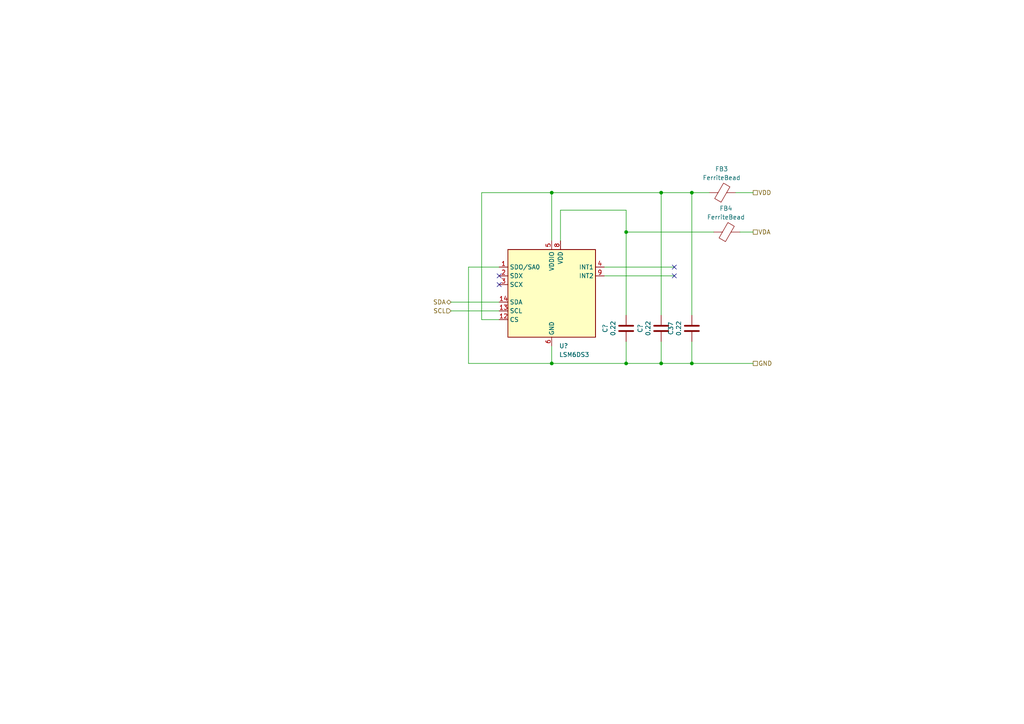
<source format=kicad_sch>
(kicad_sch
	(version 20250114)
	(generator "eeschema")
	(generator_version "9.0")
	(uuid "602394d3-7487-4f2f-a0da-ac6d812f9d38")
	(paper "A4")
	(lib_symbols
		(symbol "Device:C"
			(pin_numbers
				(hide yes)
			)
			(pin_names
				(offset 0.254)
			)
			(exclude_from_sim no)
			(in_bom yes)
			(on_board yes)
			(property "Reference" "C"
				(at 0.635 2.54 0)
				(effects
					(font
						(size 1.27 1.27)
					)
					(justify left)
				)
			)
			(property "Value" "C"
				(at 0.635 -2.54 0)
				(effects
					(font
						(size 1.27 1.27)
					)
					(justify left)
				)
			)
			(property "Footprint" ""
				(at 0.9652 -3.81 0)
				(effects
					(font
						(size 1.27 1.27)
					)
					(hide yes)
				)
			)
			(property "Datasheet" "~"
				(at 0 0 0)
				(effects
					(font
						(size 1.27 1.27)
					)
					(hide yes)
				)
			)
			(property "Description" "Unpolarized capacitor"
				(at 0 0 0)
				(effects
					(font
						(size 1.27 1.27)
					)
					(hide yes)
				)
			)
			(property "ki_keywords" "cap capacitor"
				(at 0 0 0)
				(effects
					(font
						(size 1.27 1.27)
					)
					(hide yes)
				)
			)
			(property "ki_fp_filters" "C_*"
				(at 0 0 0)
				(effects
					(font
						(size 1.27 1.27)
					)
					(hide yes)
				)
			)
			(symbol "C_0_1"
				(polyline
					(pts
						(xy -2.032 0.762) (xy 2.032 0.762)
					)
					(stroke
						(width 0.508)
						(type default)
					)
					(fill
						(type none)
					)
				)
				(polyline
					(pts
						(xy -2.032 -0.762) (xy 2.032 -0.762)
					)
					(stroke
						(width 0.508)
						(type default)
					)
					(fill
						(type none)
					)
				)
			)
			(symbol "C_1_1"
				(pin passive line
					(at 0 3.81 270)
					(length 2.794)
					(name "~"
						(effects
							(font
								(size 1.27 1.27)
							)
						)
					)
					(number "1"
						(effects
							(font
								(size 1.27 1.27)
							)
						)
					)
				)
				(pin passive line
					(at 0 -3.81 90)
					(length 2.794)
					(name "~"
						(effects
							(font
								(size 1.27 1.27)
							)
						)
					)
					(number "2"
						(effects
							(font
								(size 1.27 1.27)
							)
						)
					)
				)
			)
			(embedded_fonts no)
		)
		(symbol "Device:FerriteBead"
			(pin_numbers
				(hide yes)
			)
			(pin_names
				(offset 0)
			)
			(exclude_from_sim no)
			(in_bom yes)
			(on_board yes)
			(property "Reference" "FB"
				(at -3.81 0.635 90)
				(effects
					(font
						(size 1.27 1.27)
					)
				)
			)
			(property "Value" "FerriteBead"
				(at 3.81 0 90)
				(effects
					(font
						(size 1.27 1.27)
					)
				)
			)
			(property "Footprint" ""
				(at -1.778 0 90)
				(effects
					(font
						(size 1.27 1.27)
					)
					(hide yes)
				)
			)
			(property "Datasheet" "~"
				(at 0 0 0)
				(effects
					(font
						(size 1.27 1.27)
					)
					(hide yes)
				)
			)
			(property "Description" "Ferrite bead"
				(at 0 0 0)
				(effects
					(font
						(size 1.27 1.27)
					)
					(hide yes)
				)
			)
			(property "ki_keywords" "L ferrite bead inductor filter"
				(at 0 0 0)
				(effects
					(font
						(size 1.27 1.27)
					)
					(hide yes)
				)
			)
			(property "ki_fp_filters" "Inductor_* L_* *Ferrite*"
				(at 0 0 0)
				(effects
					(font
						(size 1.27 1.27)
					)
					(hide yes)
				)
			)
			(symbol "FerriteBead_0_1"
				(polyline
					(pts
						(xy -2.7686 0.4064) (xy -1.7018 2.2606) (xy 2.7686 -0.3048) (xy 1.6764 -2.159) (xy -2.7686 0.4064)
					)
					(stroke
						(width 0)
						(type default)
					)
					(fill
						(type none)
					)
				)
				(polyline
					(pts
						(xy 0 1.27) (xy 0 1.2954)
					)
					(stroke
						(width 0)
						(type default)
					)
					(fill
						(type none)
					)
				)
				(polyline
					(pts
						(xy 0 -1.27) (xy 0 -1.2192)
					)
					(stroke
						(width 0)
						(type default)
					)
					(fill
						(type none)
					)
				)
			)
			(symbol "FerriteBead_1_1"
				(pin passive line
					(at 0 3.81 270)
					(length 2.54)
					(name "~"
						(effects
							(font
								(size 1.27 1.27)
							)
						)
					)
					(number "1"
						(effects
							(font
								(size 1.27 1.27)
							)
						)
					)
				)
				(pin passive line
					(at 0 -3.81 90)
					(length 2.54)
					(name "~"
						(effects
							(font
								(size 1.27 1.27)
							)
						)
					)
					(number "2"
						(effects
							(font
								(size 1.27 1.27)
							)
						)
					)
				)
			)
			(embedded_fonts no)
		)
		(symbol "Sensor_Motion:LSM6DS3"
			(exclude_from_sim no)
			(in_bom yes)
			(on_board yes)
			(property "Reference" "U"
				(at -11.43 15.24 0)
				(effects
					(font
						(size 1.27 1.27)
					)
					(justify left)
				)
			)
			(property "Value" "LSM6DS3"
				(at -11.43 12.7 0)
				(effects
					(font
						(size 1.27 1.27)
					)
					(justify left bottom)
				)
			)
			(property "Footprint" "Package_LGA:LGA-14_3x2.5mm_P0.5mm_LayoutBorder3x4y"
				(at -10.16 -17.78 0)
				(effects
					(font
						(size 1.27 1.27)
					)
					(justify left)
					(hide yes)
				)
			)
			(property "Datasheet" "https://www.st.com/resource/en/datasheet/lsm6ds3tr-c.pdf"
				(at 2.54 -16.51 0)
				(effects
					(font
						(size 1.27 1.27)
					)
					(hide yes)
				)
			)
			(property "Description" "I2C/SPI, iNEMO inertial module: always-on 3D accelerometer and 3D gyroscope"
				(at 0 0 0)
				(effects
					(font
						(size 1.27 1.27)
					)
					(hide yes)
				)
			)
			(property "ki_keywords" "Accelerometer Gyroscope MEMS"
				(at 0 0 0)
				(effects
					(font
						(size 1.27 1.27)
					)
					(hide yes)
				)
			)
			(property "ki_fp_filters" "LGA*3x2.5mm*P0.5mm*LayoutBorder3x4y*"
				(at 0 0 0)
				(effects
					(font
						(size 1.27 1.27)
					)
					(hide yes)
				)
			)
			(symbol "LSM6DS3_0_1"
				(rectangle
					(start -12.7 12.7)
					(end 12.7 -12.7)
					(stroke
						(width 0.254)
						(type default)
					)
					(fill
						(type background)
					)
				)
			)
			(symbol "LSM6DS3_1_1"
				(pin bidirectional line
					(at -15.24 7.62 0)
					(length 2.54)
					(name "SDO/SA0"
						(effects
							(font
								(size 1.27 1.27)
							)
						)
					)
					(number "1"
						(effects
							(font
								(size 1.27 1.27)
							)
						)
					)
				)
				(pin bidirectional line
					(at -15.24 5.08 0)
					(length 2.54)
					(name "SDX"
						(effects
							(font
								(size 1.27 1.27)
							)
						)
					)
					(number "2"
						(effects
							(font
								(size 1.27 1.27)
							)
						)
					)
				)
				(pin input line
					(at -15.24 2.54 0)
					(length 2.54)
					(name "SCX"
						(effects
							(font
								(size 1.27 1.27)
							)
						)
					)
					(number "3"
						(effects
							(font
								(size 1.27 1.27)
							)
						)
					)
				)
				(pin bidirectional line
					(at -15.24 -2.54 0)
					(length 2.54)
					(name "SDA"
						(effects
							(font
								(size 1.27 1.27)
							)
						)
					)
					(number "14"
						(effects
							(font
								(size 1.27 1.27)
							)
						)
					)
				)
				(pin input line
					(at -15.24 -5.08 0)
					(length 2.54)
					(name "SCL"
						(effects
							(font
								(size 1.27 1.27)
							)
						)
					)
					(number "13"
						(effects
							(font
								(size 1.27 1.27)
							)
						)
					)
				)
				(pin input line
					(at -15.24 -7.62 0)
					(length 2.54)
					(name "CS"
						(effects
							(font
								(size 1.27 1.27)
							)
						)
					)
					(number "12"
						(effects
							(font
								(size 1.27 1.27)
							)
						)
					)
				)
				(pin power_in line
					(at 0 15.24 270)
					(length 2.54)
					(name "VDDIO"
						(effects
							(font
								(size 1.27 1.27)
							)
						)
					)
					(number "5"
						(effects
							(font
								(size 1.27 1.27)
							)
						)
					)
				)
				(pin power_in line
					(at 0 -15.24 90)
					(length 2.54)
					(name "GND"
						(effects
							(font
								(size 1.27 1.27)
							)
						)
					)
					(number "6"
						(effects
							(font
								(size 1.27 1.27)
							)
						)
					)
				)
				(pin passive line
					(at 0 -15.24 90)
					(length 2.54)
					(hide yes)
					(name "GND"
						(effects
							(font
								(size 1.27 1.27)
							)
						)
					)
					(number "7"
						(effects
							(font
								(size 1.27 1.27)
							)
						)
					)
				)
				(pin power_in line
					(at 2.54 15.24 270)
					(length 2.54)
					(name "VDD"
						(effects
							(font
								(size 1.27 1.27)
							)
						)
					)
					(number "8"
						(effects
							(font
								(size 1.27 1.27)
							)
						)
					)
				)
				(pin no_connect line
					(at 12.7 -2.54 180)
					(length 3.81)
					(hide yes)
					(name "NC"
						(effects
							(font
								(size 1.27 1.27)
							)
						)
					)
					(number "11"
						(effects
							(font
								(size 1.27 1.27)
							)
						)
					)
				)
				(pin no_connect line
					(at 12.7 -5.08 180)
					(length 3.81)
					(hide yes)
					(name "NC"
						(effects
							(font
								(size 1.27 1.27)
							)
						)
					)
					(number "10"
						(effects
							(font
								(size 1.27 1.27)
							)
						)
					)
				)
				(pin output line
					(at 15.24 7.62 180)
					(length 2.54)
					(name "INT1"
						(effects
							(font
								(size 1.27 1.27)
							)
						)
					)
					(number "4"
						(effects
							(font
								(size 1.27 1.27)
							)
						)
					)
				)
				(pin output line
					(at 15.24 5.08 180)
					(length 2.54)
					(name "INT2"
						(effects
							(font
								(size 1.27 1.27)
							)
						)
					)
					(number "9"
						(effects
							(font
								(size 1.27 1.27)
							)
						)
					)
				)
			)
			(embedded_fonts no)
		)
	)
	(junction
		(at 191.77 105.41)
		(diameter 0)
		(color 0 0 0 0)
		(uuid "345388f9-573e-424a-ad44-29cb6fe2a58a")
	)
	(junction
		(at 181.61 105.41)
		(diameter 0)
		(color 0 0 0 0)
		(uuid "7249cebd-8287-4fb2-a399-04c964c5c306")
	)
	(junction
		(at 160.02 105.41)
		(diameter 0)
		(color 0 0 0 0)
		(uuid "93a44abc-22e0-48ab-8ce7-bbe0450c7478")
	)
	(junction
		(at 200.66 55.88)
		(diameter 0)
		(color 0 0 0 0)
		(uuid "99a5acb8-eb78-4691-a15d-43a971e89e64")
	)
	(junction
		(at 191.77 55.88)
		(diameter 0)
		(color 0 0 0 0)
		(uuid "b8c53c16-7c1d-47c8-8622-177c8d73351e")
	)
	(junction
		(at 160.02 55.88)
		(diameter 0)
		(color 0 0 0 0)
		(uuid "b9da6eaf-99be-4f08-afa4-ba39a430e990")
	)
	(junction
		(at 200.66 105.41)
		(diameter 0)
		(color 0 0 0 0)
		(uuid "c0938cb4-414f-4aaa-80c6-9fa49d7e35cd")
	)
	(junction
		(at 181.61 67.31)
		(diameter 0)
		(color 0 0 0 0)
		(uuid "de49781a-16dd-4387-b025-2f36ac2cc86c")
	)
	(no_connect
		(at 144.78 80.01)
		(uuid "7527817e-9c47-4b9d-8665-459cd5a68671")
	)
	(no_connect
		(at 144.78 82.55)
		(uuid "ac81286d-81a4-4229-81ef-d3d47e75179c")
	)
	(no_connect
		(at 195.58 80.01)
		(uuid "d5a757ea-7235-45ae-9165-f23619ca05ab")
	)
	(no_connect
		(at 195.58 77.47)
		(uuid "fc2746aa-9516-41a5-9fc8-945cb5a260d5")
	)
	(wire
		(pts
			(xy 160.02 105.41) (xy 160.02 100.33)
		)
		(stroke
			(width 0)
			(type default)
		)
		(uuid "07f9080f-743e-4d10-85dd-36c6892e37ef")
	)
	(wire
		(pts
			(xy 162.56 60.96) (xy 181.61 60.96)
		)
		(stroke
			(width 0)
			(type default)
		)
		(uuid "0c9ed32d-6b34-499d-81c6-949f2a04378e")
	)
	(wire
		(pts
			(xy 162.56 69.85) (xy 162.56 60.96)
		)
		(stroke
			(width 0)
			(type default)
		)
		(uuid "0dffb420-2990-4ddf-a235-98cef6622148")
	)
	(wire
		(pts
			(xy 191.77 105.41) (xy 200.66 105.41)
		)
		(stroke
			(width 0)
			(type default)
		)
		(uuid "11c7d4c8-a90b-4e1c-9231-d1431837febe")
	)
	(wire
		(pts
			(xy 200.66 55.88) (xy 200.66 91.44)
		)
		(stroke
			(width 0)
			(type default)
		)
		(uuid "18458132-a6c0-41b6-ab32-b22faf9d69c4")
	)
	(wire
		(pts
			(xy 181.61 60.96) (xy 181.61 67.31)
		)
		(stroke
			(width 0)
			(type default)
		)
		(uuid "1d5f4099-9c9a-426f-91e0-292007fe2899")
	)
	(wire
		(pts
			(xy 130.81 87.63) (xy 144.78 87.63)
		)
		(stroke
			(width 0)
			(type default)
		)
		(uuid "27d45d06-16d5-4b0c-b532-c6edc1bd01f3")
	)
	(wire
		(pts
			(xy 181.61 105.41) (xy 191.77 105.41)
		)
		(stroke
			(width 0)
			(type default)
		)
		(uuid "2906a0f9-5697-4019-9b78-3305ebc7496d")
	)
	(wire
		(pts
			(xy 181.61 105.41) (xy 160.02 105.41)
		)
		(stroke
			(width 0)
			(type default)
		)
		(uuid "2e3ab6ba-0321-4185-92cb-671ac93d768c")
	)
	(wire
		(pts
			(xy 200.66 99.06) (xy 200.66 105.41)
		)
		(stroke
			(width 0)
			(type default)
		)
		(uuid "2eea2a70-9034-4a5c-a6a2-a0864094e040")
	)
	(wire
		(pts
			(xy 139.7 92.71) (xy 139.7 55.88)
		)
		(stroke
			(width 0)
			(type default)
		)
		(uuid "420b4a19-7792-473c-b49a-b6c28c934c3a")
	)
	(wire
		(pts
			(xy 130.81 90.17) (xy 144.78 90.17)
		)
		(stroke
			(width 0)
			(type default)
		)
		(uuid "516cae41-7586-4aaa-8f3f-4602cc72ca22")
	)
	(wire
		(pts
			(xy 181.61 99.06) (xy 181.61 105.41)
		)
		(stroke
			(width 0)
			(type default)
		)
		(uuid "70838b22-2c80-4f70-b648-eaefee965840")
	)
	(wire
		(pts
			(xy 144.78 92.71) (xy 139.7 92.71)
		)
		(stroke
			(width 0)
			(type default)
		)
		(uuid "7e17e8c0-cae7-45ce-b511-9ed4656ddc33")
	)
	(wire
		(pts
			(xy 160.02 55.88) (xy 191.77 55.88)
		)
		(stroke
			(width 0)
			(type default)
		)
		(uuid "8999a7a4-4a3b-4e1d-ba56-9b3a82a3a157")
	)
	(wire
		(pts
			(xy 139.7 55.88) (xy 160.02 55.88)
		)
		(stroke
			(width 0)
			(type default)
		)
		(uuid "89c0cb4c-8aa0-46ff-b5b0-8c4fca06cb8a")
	)
	(wire
		(pts
			(xy 214.63 67.31) (xy 218.44 67.31)
		)
		(stroke
			(width 0)
			(type default)
		)
		(uuid "8bb0b0c0-9e54-4e61-9a32-fe45c5bff382")
	)
	(wire
		(pts
			(xy 200.66 105.41) (xy 218.44 105.41)
		)
		(stroke
			(width 0)
			(type default)
		)
		(uuid "8ed16215-15d3-4245-a072-ce472f921ed2")
	)
	(wire
		(pts
			(xy 191.77 99.06) (xy 191.77 105.41)
		)
		(stroke
			(width 0)
			(type default)
		)
		(uuid "903ed18a-d745-4222-8794-73259965a276")
	)
	(wire
		(pts
			(xy 181.61 67.31) (xy 207.01 67.31)
		)
		(stroke
			(width 0)
			(type default)
		)
		(uuid "a7f6dcb7-f172-43e7-971a-9dff25de4c8e")
	)
	(wire
		(pts
			(xy 200.66 55.88) (xy 205.74 55.88)
		)
		(stroke
			(width 0)
			(type default)
		)
		(uuid "a9ce1cb6-fcf9-4cb0-8b48-a710acac41e7")
	)
	(wire
		(pts
			(xy 213.36 55.88) (xy 218.44 55.88)
		)
		(stroke
			(width 0)
			(type default)
		)
		(uuid "b9315a81-d49f-48a5-a09c-976fea1fce51")
	)
	(wire
		(pts
			(xy 175.26 80.01) (xy 195.58 80.01)
		)
		(stroke
			(width 0)
			(type default)
		)
		(uuid "be526430-3003-49f5-8c43-dc7c0c4f9217")
	)
	(wire
		(pts
			(xy 135.89 77.47) (xy 135.89 105.41)
		)
		(stroke
			(width 0)
			(type default)
		)
		(uuid "c1277c1e-bdcd-4e24-95d5-e8fa806b55e2")
	)
	(wire
		(pts
			(xy 181.61 67.31) (xy 181.61 91.44)
		)
		(stroke
			(width 0)
			(type default)
		)
		(uuid "ce6a9fa2-5c00-4ca5-b887-a38d248f1b49")
	)
	(wire
		(pts
			(xy 144.78 77.47) (xy 135.89 77.47)
		)
		(stroke
			(width 0)
			(type default)
		)
		(uuid "dd24ec61-a8f8-4771-a0cc-e1e7f49201fe")
	)
	(wire
		(pts
			(xy 191.77 55.88) (xy 200.66 55.88)
		)
		(stroke
			(width 0)
			(type default)
		)
		(uuid "eb225405-680e-4508-9bea-0a3a6a952823")
	)
	(wire
		(pts
			(xy 135.89 105.41) (xy 160.02 105.41)
		)
		(stroke
			(width 0)
			(type default)
		)
		(uuid "ec4cf3db-6d84-42a8-a3f2-afaf9a388491")
	)
	(wire
		(pts
			(xy 191.77 55.88) (xy 191.77 91.44)
		)
		(stroke
			(width 0)
			(type default)
		)
		(uuid "ed745582-b693-4612-ab6c-d967b917ba65")
	)
	(wire
		(pts
			(xy 160.02 55.88) (xy 160.02 69.85)
		)
		(stroke
			(width 0)
			(type default)
		)
		(uuid "f0cf9481-7adb-4775-899b-e88ff3b930ec")
	)
	(wire
		(pts
			(xy 175.26 77.47) (xy 195.58 77.47)
		)
		(stroke
			(width 0)
			(type default)
		)
		(uuid "f74e9dde-c046-4815-ab55-0da3c4bd0015")
	)
	(hierarchical_label "SCL"
		(shape input)
		(at 130.81 90.17 180)
		(effects
			(font
				(size 1.27 1.27)
			)
			(justify right)
		)
		(uuid "286812ca-35c6-4a3c-8961-6105cd337ddb")
	)
	(hierarchical_label "GND"
		(shape passive)
		(at 218.44 105.41 0)
		(effects
			(font
				(size 1.27 1.27)
			)
			(justify left)
		)
		(uuid "2b2013fe-9524-4e0d-ae79-df1c894aca7d")
	)
	(hierarchical_label "VDD"
		(shape passive)
		(at 218.44 55.88 0)
		(effects
			(font
				(size 1.27 1.27)
			)
			(justify left)
		)
		(uuid "769e7f59-dcc8-453a-9444-056f28361b97")
	)
	(hierarchical_label "VDA"
		(shape passive)
		(at 218.44 67.31 0)
		(effects
			(font
				(size 1.27 1.27)
			)
			(justify left)
		)
		(uuid "a5e85843-81d4-4192-8712-4b8bf8d6a0bf")
	)
	(hierarchical_label "SDA"
		(shape bidirectional)
		(at 130.81 87.63 180)
		(effects
			(font
				(size 1.27 1.27)
			)
			(justify right)
		)
		(uuid "d87753da-4b3f-47b3-aa43-69489bc64f48")
	)
	(symbol
		(lib_id "Device:C")
		(at 181.61 95.25 180)
		(unit 1)
		(exclude_from_sim no)
		(in_bom yes)
		(on_board yes)
		(dnp no)
		(uuid "26f9b96a-9dd4-40ed-9634-f8fbecd52cd9")
		(property "Reference" "C35"
			(at 175.514 95.25 90)
			(effects
				(font
					(size 1.27 1.27)
				)
			)
		)
		(property "Value" "0.22"
			(at 177.8 95.25 90)
			(effects
				(font
					(size 1.27 1.27)
				)
			)
		)
		(property "Footprint" "Capacitor_SMD:C_0805_2012Metric"
			(at 180.6448 91.44 0)
			(effects
				(font
					(size 1.27 1.27)
				)
				(hide yes)
			)
		)
		(property "Datasheet" "~"
			(at 181.61 95.25 0)
			(effects
				(font
					(size 1.27 1.27)
				)
				(hide yes)
			)
		)
		(property "Description" "Unpolarized capacitor"
			(at 181.61 95.25 0)
			(effects
				(font
					(size 1.27 1.27)
				)
				(hide yes)
			)
		)
		(pin "2"
			(uuid "eda10cc0-cd37-4378-8a5e-a0c9a9739518")
		)
		(pin "1"
			(uuid "de172ac4-38ee-4074-8b42-c59e95c69af9")
		)
		(instances
			(project "imu"
				(path "/602394d3-7487-4f2f-a0da-ac6d812f9d38"
					(reference "C?")
					(unit 1)
				)
			)
			(project "3axis-magnitometer"
				(path "/c590c88d-27c9-4e5a-a435-a42d9de70c1c/be6038e0-c8de-46ff-af13-cf0ae52994ef"
					(reference "C35")
					(unit 1)
				)
			)
		)
	)
	(symbol
		(lib_id "Device:C")
		(at 191.77 95.25 180)
		(unit 1)
		(exclude_from_sim no)
		(in_bom yes)
		(on_board yes)
		(dnp no)
		(uuid "6c55ff87-32a7-404f-8d66-f98d449a3086")
		(property "Reference" "C36"
			(at 185.674 95.25 90)
			(effects
				(font
					(size 1.27 1.27)
				)
			)
		)
		(property "Value" "0.22"
			(at 187.96 95.25 90)
			(effects
				(font
					(size 1.27 1.27)
				)
			)
		)
		(property "Footprint" "Capacitor_SMD:C_0805_2012Metric"
			(at 190.8048 91.44 0)
			(effects
				(font
					(size 1.27 1.27)
				)
				(hide yes)
			)
		)
		(property "Datasheet" "~"
			(at 191.77 95.25 0)
			(effects
				(font
					(size 1.27 1.27)
				)
				(hide yes)
			)
		)
		(property "Description" "Unpolarized capacitor"
			(at 191.77 95.25 0)
			(effects
				(font
					(size 1.27 1.27)
				)
				(hide yes)
			)
		)
		(pin "2"
			(uuid "4d6c9ad5-6ed4-44ec-8832-310cf3c99b64")
		)
		(pin "1"
			(uuid "2a9ab5a8-7c1a-4640-9252-cea829a73efe")
		)
		(instances
			(project "imu"
				(path "/602394d3-7487-4f2f-a0da-ac6d812f9d38"
					(reference "C?")
					(unit 1)
				)
			)
			(project "3axis-magnitometer"
				(path "/c590c88d-27c9-4e5a-a435-a42d9de70c1c/be6038e0-c8de-46ff-af13-cf0ae52994ef"
					(reference "C36")
					(unit 1)
				)
			)
		)
	)
	(symbol
		(lib_id "Device:C")
		(at 200.66 95.25 180)
		(unit 1)
		(exclude_from_sim no)
		(in_bom yes)
		(on_board yes)
		(dnp no)
		(uuid "79a0c555-fd68-441d-a6a5-90de1ead1db9")
		(property "Reference" "C37"
			(at 194.564 95.25 90)
			(effects
				(font
					(size 1.27 1.27)
				)
			)
		)
		(property "Value" "0.22"
			(at 196.85 95.25 90)
			(effects
				(font
					(size 1.27 1.27)
				)
			)
		)
		(property "Footprint" "Capacitor_SMD:C_0805_2012Metric"
			(at 199.6948 91.44 0)
			(effects
				(font
					(size 1.27 1.27)
				)
				(hide yes)
			)
		)
		(property "Datasheet" "~"
			(at 200.66 95.25 0)
			(effects
				(font
					(size 1.27 1.27)
				)
				(hide yes)
			)
		)
		(property "Description" "Unpolarized capacitor"
			(at 200.66 95.25 0)
			(effects
				(font
					(size 1.27 1.27)
				)
				(hide yes)
			)
		)
		(pin "2"
			(uuid "2f05539d-2d2d-480a-b3d4-ad0a594ea0f9")
		)
		(pin "1"
			(uuid "e981e7f1-05ed-456a-96a0-698f99dc356c")
		)
		(instances
			(project "3axis-magnitometer"
				(path "/c590c88d-27c9-4e5a-a435-a42d9de70c1c/be6038e0-c8de-46ff-af13-cf0ae52994ef"
					(reference "C37")
					(unit 1)
				)
			)
		)
	)
	(symbol
		(lib_id "Sensor_Motion:LSM6DS3")
		(at 160.02 85.09 0)
		(unit 1)
		(exclude_from_sim no)
		(in_bom yes)
		(on_board yes)
		(dnp no)
		(fields_autoplaced yes)
		(uuid "9ba0d5f5-e739-453c-a8df-a57b572c24ba")
		(property "Reference" "U11"
			(at 162.1633 100.33 0)
			(effects
				(font
					(size 1.27 1.27)
				)
				(justify left)
			)
		)
		(property "Value" "LSM6DS3"
			(at 162.1633 102.87 0)
			(effects
				(font
					(size 1.27 1.27)
				)
				(justify left)
			)
		)
		(property "Footprint" "Package_LGA:LGA-14_3x2.5mm_P0.5mm_LayoutBorder3x4y"
			(at 149.86 102.87 0)
			(effects
				(font
					(size 1.27 1.27)
				)
				(justify left)
				(hide yes)
			)
		)
		(property "Datasheet" "https://www.st.com/resource/en/datasheet/lsm6ds3tr-c.pdf"
			(at 162.56 101.6 0)
			(effects
				(font
					(size 1.27 1.27)
				)
				(hide yes)
			)
		)
		(property "Description" "I2C/SPI, iNEMO inertial module: always-on 3D accelerometer and 3D gyroscope"
			(at 160.02 85.09 0)
			(effects
				(font
					(size 1.27 1.27)
				)
				(hide yes)
			)
		)
		(pin "6"
			(uuid "75dc74fb-8ed9-42fd-abf9-acca97ee9998")
		)
		(pin "8"
			(uuid "fe6549c4-87d6-4ba9-811a-ad1ae6ee178a")
		)
		(pin "11"
			(uuid "84882d55-4834-4784-9e35-708192008a6b")
		)
		(pin "1"
			(uuid "18149b5d-20e7-4b4c-8bcc-c06541ef5d47")
		)
		(pin "2"
			(uuid "b8b9576f-17c1-4617-b0f4-6e353fc97ced")
		)
		(pin "14"
			(uuid "2b674cf8-1889-4713-b372-ebd390788548")
		)
		(pin "13"
			(uuid "7bf01a2f-17fe-490c-bd34-08c7507ed139")
		)
		(pin "5"
			(uuid "529a429f-41ba-4016-8948-f7d28fceb1b0")
		)
		(pin "4"
			(uuid "6d2220c9-c138-4de3-b02d-08a192330f49")
		)
		(pin "3"
			(uuid "e2733025-0a7c-4f2c-812d-86e82921a99d")
		)
		(pin "10"
			(uuid "90ff6417-d707-4850-87d0-90254be053e5")
		)
		(pin "12"
			(uuid "125ff893-582e-48bc-8bc0-e28ad1dbab2c")
		)
		(pin "7"
			(uuid "9054e932-85be-4e80-b767-11d908133aa7")
		)
		(pin "9"
			(uuid "ca10f8bf-2df0-4d58-bd42-2fa7c0ee23a5")
		)
		(instances
			(project "imu"
				(path "/602394d3-7487-4f2f-a0da-ac6d812f9d38"
					(reference "U?")
					(unit 1)
				)
			)
			(project ""
				(path "/c590c88d-27c9-4e5a-a435-a42d9de70c1c/be6038e0-c8de-46ff-af13-cf0ae52994ef"
					(reference "U11")
					(unit 1)
				)
			)
		)
	)
	(symbol
		(lib_id "Device:FerriteBead")
		(at 209.55 55.88 90)
		(unit 1)
		(exclude_from_sim no)
		(in_bom yes)
		(on_board yes)
		(dnp no)
		(uuid "a399331b-5c7a-4ec5-97fb-2027ce017fb1")
		(property "Reference" "FB3"
			(at 209.296 49.022 90)
			(effects
				(font
					(size 1.27 1.27)
				)
			)
		)
		(property "Value" "FerriteBead"
			(at 209.296 51.562 90)
			(effects
				(font
					(size 1.27 1.27)
				)
			)
		)
		(property "Footprint" "Inductor_SMD:L_0805_2012Metric"
			(at 209.55 57.658 90)
			(effects
				(font
					(size 1.27 1.27)
				)
				(hide yes)
			)
		)
		(property "Datasheet" "~"
			(at 209.55 55.88 0)
			(effects
				(font
					(size 1.27 1.27)
				)
				(hide yes)
			)
		)
		(property "Description" "Ferrite bead"
			(at 209.55 55.88 0)
			(effects
				(font
					(size 1.27 1.27)
				)
				(hide yes)
			)
		)
		(pin "2"
			(uuid "a805257e-70ff-4cd3-a876-cb240160a11f")
		)
		(pin "1"
			(uuid "c925a742-5199-4894-be1c-c1be44c5e682")
		)
		(instances
			(project "3axis-magnitometer"
				(path "/c590c88d-27c9-4e5a-a435-a42d9de70c1c/be6038e0-c8de-46ff-af13-cf0ae52994ef"
					(reference "FB3")
					(unit 1)
				)
			)
		)
	)
	(symbol
		(lib_id "Device:FerriteBead")
		(at 210.82 67.31 90)
		(unit 1)
		(exclude_from_sim no)
		(in_bom yes)
		(on_board yes)
		(dnp no)
		(uuid "c45ff8e1-25e9-4d69-a12c-72ad3cca0aaf")
		(property "Reference" "FB4"
			(at 210.566 60.452 90)
			(effects
				(font
					(size 1.27 1.27)
				)
			)
		)
		(property "Value" "FerriteBead"
			(at 210.566 62.992 90)
			(effects
				(font
					(size 1.27 1.27)
				)
			)
		)
		(property "Footprint" "Inductor_SMD:L_0805_2012Metric"
			(at 210.82 69.088 90)
			(effects
				(font
					(size 1.27 1.27)
				)
				(hide yes)
			)
		)
		(property "Datasheet" "~"
			(at 210.82 67.31 0)
			(effects
				(font
					(size 1.27 1.27)
				)
				(hide yes)
			)
		)
		(property "Description" "Ferrite bead"
			(at 210.82 67.31 0)
			(effects
				(font
					(size 1.27 1.27)
				)
				(hide yes)
			)
		)
		(pin "2"
			(uuid "7356469a-49fc-42d9-9ef1-65cda5108ae8")
		)
		(pin "1"
			(uuid "5848d945-a326-489f-86df-db37bdfde6be")
		)
		(instances
			(project "3axis-magnitometer"
				(path "/c590c88d-27c9-4e5a-a435-a42d9de70c1c/be6038e0-c8de-46ff-af13-cf0ae52994ef"
					(reference "FB4")
					(unit 1)
				)
			)
		)
	)
	(sheet_instances
		(path "/"
			(page "1")
		)
	)
	(embedded_fonts no)
)

</source>
